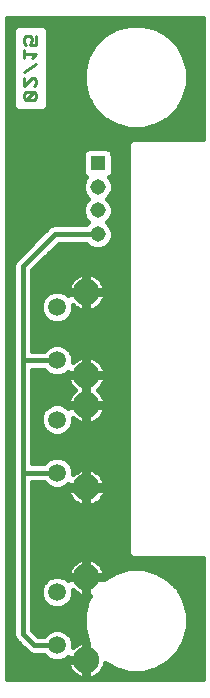
<source format=gbl>
G75*
G70*
%OFA0B0*%
%FSLAX24Y24*%
%IPPOS*%
%LPD*%
%AMOC8*
5,1,8,0,0,1.08239X$1,22.5*
%
%ADD10C,0.0594*%
%ADD11C,0.0886*%
%ADD12R,0.0515X0.0515*%
%ADD13C,0.0515*%
%ADD14C,0.0090*%
%ADD15C,0.0160*%
D10*
X002556Y001794D03*
X002556Y003566D03*
X002556Y007544D03*
X002556Y009316D03*
X002556Y011294D03*
X002556Y013066D03*
D11*
X003541Y013558D03*
X003541Y010802D03*
X003541Y009808D03*
X003541Y007052D03*
X003541Y004058D03*
X003541Y001302D03*
D12*
X003916Y017861D03*
D13*
X003916Y017074D03*
X003916Y016286D03*
X003916Y015499D03*
D14*
X001803Y019975D02*
X001872Y020043D01*
X001872Y020180D01*
X001803Y020249D01*
X001530Y019975D01*
X001461Y020043D01*
X001461Y020180D01*
X001530Y020249D01*
X001803Y020249D01*
X001803Y020435D02*
X001872Y020504D01*
X001872Y020641D01*
X001803Y020709D01*
X001735Y020709D01*
X001461Y020435D01*
X001461Y020709D01*
X001461Y020896D02*
X001872Y021169D01*
X001735Y021356D02*
X001872Y021493D01*
X001461Y021493D01*
X001461Y021356D02*
X001461Y021630D01*
X001530Y021817D02*
X001461Y021885D01*
X001461Y022022D01*
X001530Y022090D01*
X001666Y022090D01*
X001735Y022022D01*
X001735Y021953D01*
X001666Y021817D01*
X001872Y021817D01*
X001872Y022090D01*
X001803Y019975D02*
X001530Y019975D01*
D15*
X000906Y000670D02*
X007426Y000670D01*
X007426Y004690D01*
X005119Y004690D01*
X005030Y004727D01*
X004963Y004794D01*
X004926Y004882D01*
X004926Y018478D01*
X004963Y018566D01*
X005030Y018633D01*
X005119Y018670D01*
X007426Y018670D01*
X007426Y022690D01*
X000906Y022690D01*
X000906Y000670D01*
X000906Y000747D02*
X003258Y000747D01*
X003301Y000725D02*
X003395Y000694D01*
X003473Y000682D01*
X003473Y001234D01*
X003608Y001234D01*
X003608Y000682D01*
X003686Y000694D01*
X003780Y000725D01*
X003867Y000769D01*
X003946Y000827D01*
X004016Y000896D01*
X004073Y000976D01*
X004118Y001063D01*
X004148Y001156D01*
X004156Y001206D01*
X004515Y000999D01*
X004957Y000880D01*
X005415Y000880D01*
X005858Y000999D01*
X006255Y001228D01*
X006579Y001552D01*
X006808Y001948D01*
X006926Y002391D01*
X006926Y002849D01*
X006808Y003292D01*
X006579Y003688D01*
X006255Y004012D01*
X005858Y004241D01*
X005415Y004360D01*
X004957Y004360D01*
X004515Y004241D01*
X004118Y004012D01*
X004096Y003990D01*
X003608Y003990D01*
X003608Y003438D01*
X003653Y003445D01*
X003565Y003292D01*
X003446Y002849D01*
X003446Y002391D01*
X003565Y001948D01*
X003608Y001873D01*
X003608Y001370D01*
X003473Y001370D01*
X003473Y001922D01*
X003395Y001910D01*
X003301Y001879D01*
X003214Y001835D01*
X003135Y001777D01*
X003093Y001736D01*
X003093Y001901D01*
X003011Y002098D01*
X002860Y002249D01*
X002663Y002331D01*
X002449Y002331D01*
X002252Y002249D01*
X002117Y002114D01*
X001935Y002114D01*
X001736Y002313D01*
X001736Y007224D01*
X002117Y007224D01*
X002252Y007089D01*
X002449Y007007D01*
X002663Y007007D01*
X002860Y007089D01*
X002926Y007155D01*
X002921Y007120D01*
X003473Y007120D01*
X003473Y007672D01*
X003395Y007660D01*
X003301Y007629D01*
X003214Y007585D01*
X003135Y007527D01*
X003093Y007486D01*
X003093Y007651D01*
X003011Y007848D01*
X002860Y007999D01*
X002663Y008081D01*
X002449Y008081D01*
X002252Y007999D01*
X002117Y007864D01*
X001736Y007864D01*
X001736Y010974D01*
X002117Y010974D01*
X002252Y010839D01*
X002449Y010757D01*
X002663Y010757D01*
X002860Y010839D01*
X002926Y010905D01*
X002921Y010870D01*
X003473Y010870D01*
X003473Y011422D01*
X003395Y011410D01*
X003301Y011379D01*
X003214Y011335D01*
X003135Y011277D01*
X003093Y011236D01*
X003093Y011401D01*
X003011Y011598D01*
X002860Y011749D01*
X002663Y011831D01*
X002449Y011831D01*
X002252Y011749D01*
X002117Y011614D01*
X001736Y011614D01*
X001736Y014297D01*
X002618Y015179D01*
X003533Y015179D01*
X003634Y015077D01*
X003817Y015001D01*
X004015Y015001D01*
X004198Y015077D01*
X004338Y015217D01*
X004414Y015400D01*
X004414Y015598D01*
X004338Y015781D01*
X004226Y015893D01*
X004338Y016004D01*
X004414Y016187D01*
X004414Y016385D01*
X004338Y016568D01*
X004226Y016680D01*
X004338Y016792D01*
X004414Y016975D01*
X004414Y017173D01*
X004338Y017355D01*
X004298Y017395D01*
X004310Y017400D01*
X004377Y017468D01*
X004414Y017556D01*
X004414Y018166D01*
X004377Y018255D01*
X004310Y018322D01*
X004221Y018359D01*
X003611Y018359D01*
X003523Y018322D01*
X003455Y018255D01*
X003419Y018166D01*
X003419Y017556D01*
X003455Y017468D01*
X003523Y017400D01*
X003534Y017395D01*
X003495Y017355D01*
X003419Y017173D01*
X003419Y016975D01*
X003495Y016792D01*
X003606Y016680D01*
X003495Y016568D01*
X003419Y016385D01*
X003419Y016187D01*
X003495Y016004D01*
X003606Y015893D01*
X003533Y015819D01*
X002422Y015819D01*
X002304Y015770D01*
X001145Y014611D01*
X001096Y014494D01*
X001096Y002116D01*
X001145Y001999D01*
X001235Y001909D01*
X001621Y001523D01*
X001738Y001474D01*
X002117Y001474D01*
X002252Y001339D01*
X002449Y001257D01*
X002663Y001257D01*
X002860Y001339D01*
X002926Y001405D01*
X002921Y001370D01*
X003473Y001370D01*
X003473Y001234D01*
X002921Y001234D01*
X002933Y001156D01*
X002963Y001063D01*
X003008Y000976D01*
X003065Y000896D01*
X003135Y000827D01*
X003214Y000769D01*
X003301Y000725D01*
X003473Y000747D02*
X003608Y000747D01*
X003608Y000906D02*
X003473Y000906D01*
X003473Y001064D02*
X003608Y001064D01*
X003608Y001223D02*
X003473Y001223D01*
X003473Y001381D02*
X003608Y001381D01*
X003608Y001540D02*
X003473Y001540D01*
X003473Y001698D02*
X003608Y001698D01*
X003608Y001857D02*
X003473Y001857D01*
X003547Y002015D02*
X003046Y002015D01*
X003093Y001857D02*
X003257Y001857D01*
X003462Y002332D02*
X001736Y002332D01*
X001736Y002491D02*
X003446Y002491D01*
X003446Y002649D02*
X001736Y002649D01*
X001736Y002808D02*
X003446Y002808D01*
X003478Y002966D02*
X001736Y002966D01*
X001736Y003125D02*
X002238Y003125D01*
X002252Y003111D02*
X002449Y003029D01*
X002663Y003029D01*
X002860Y003111D01*
X003011Y003262D01*
X003093Y003459D01*
X003093Y003624D01*
X003135Y003583D01*
X003214Y003525D01*
X003301Y003481D01*
X003395Y003450D01*
X003473Y003438D01*
X003473Y003990D01*
X003608Y003990D01*
X003608Y004126D01*
X003473Y004126D01*
X003473Y004678D01*
X003395Y004666D01*
X003301Y004635D01*
X003214Y004591D01*
X003135Y004533D01*
X003065Y004464D01*
X003008Y004384D01*
X002963Y004297D01*
X002933Y004204D01*
X002921Y004126D01*
X003473Y004126D01*
X003473Y003990D01*
X002921Y003990D01*
X002926Y003955D01*
X002860Y004021D01*
X002663Y004103D01*
X002449Y004103D01*
X002252Y004021D01*
X002101Y003870D01*
X002019Y003673D01*
X002019Y003459D01*
X002101Y003262D01*
X002252Y003111D01*
X002092Y003283D02*
X001736Y003283D01*
X001736Y003442D02*
X002027Y003442D01*
X002019Y003600D02*
X001736Y003600D01*
X001736Y003759D02*
X002055Y003759D01*
X002148Y003917D02*
X001736Y003917D01*
X001736Y004076D02*
X002384Y004076D01*
X002729Y004076D02*
X003473Y004076D01*
X003473Y004234D02*
X003608Y004234D01*
X003608Y004126D02*
X003608Y004678D01*
X003686Y004666D01*
X003780Y004635D01*
X003867Y004591D01*
X003946Y004533D01*
X004016Y004464D01*
X004073Y004384D01*
X004118Y004297D01*
X004148Y004204D01*
X004160Y004126D01*
X003608Y004126D01*
X003608Y004076D02*
X004227Y004076D01*
X004138Y004234D02*
X004502Y004234D01*
X004067Y004393D02*
X007426Y004393D01*
X007426Y004551D02*
X003922Y004551D01*
X003608Y004551D02*
X003473Y004551D01*
X003473Y004393D02*
X003608Y004393D01*
X003608Y003917D02*
X003473Y003917D01*
X003473Y003759D02*
X003608Y003759D01*
X003608Y003600D02*
X003473Y003600D01*
X003473Y003442D02*
X003608Y003442D01*
X003630Y003442D02*
X003651Y003442D01*
X003563Y003283D02*
X003020Y003283D01*
X003086Y003442D02*
X003451Y003442D01*
X003520Y003125D02*
X002874Y003125D01*
X003093Y003600D02*
X003118Y003600D01*
X002943Y004234D02*
X001736Y004234D01*
X001736Y004393D02*
X003014Y004393D01*
X003159Y004551D02*
X001736Y004551D01*
X001736Y004710D02*
X005071Y004710D01*
X004932Y004868D02*
X001736Y004868D01*
X001736Y005027D02*
X004926Y005027D01*
X004926Y005185D02*
X001736Y005185D01*
X001736Y005344D02*
X004926Y005344D01*
X004926Y005502D02*
X001736Y005502D01*
X001736Y005661D02*
X004926Y005661D01*
X004926Y005819D02*
X001736Y005819D01*
X001736Y005978D02*
X004926Y005978D01*
X004926Y006136D02*
X001736Y006136D01*
X001736Y006295D02*
X004926Y006295D01*
X004926Y006453D02*
X003713Y006453D01*
X003686Y006444D02*
X003780Y006475D01*
X003867Y006519D01*
X003946Y006577D01*
X004016Y006646D01*
X004073Y006726D01*
X004118Y006813D01*
X004148Y006906D01*
X004160Y006984D01*
X003608Y006984D01*
X003608Y006432D01*
X003686Y006444D01*
X003608Y006453D02*
X003473Y006453D01*
X003473Y006432D02*
X003473Y006984D01*
X003608Y006984D01*
X003608Y007120D01*
X003473Y007120D01*
X003473Y006984D01*
X002921Y006984D01*
X002933Y006906D01*
X002963Y006813D01*
X003008Y006726D01*
X003065Y006646D01*
X003135Y006577D01*
X003214Y006519D01*
X003301Y006475D01*
X003395Y006444D01*
X003473Y006432D01*
X003368Y006453D02*
X001736Y006453D01*
X001736Y006612D02*
X003100Y006612D01*
X002985Y006770D02*
X001736Y006770D01*
X001736Y006929D02*
X002929Y006929D01*
X002855Y007087D02*
X003473Y007087D01*
X003473Y006929D02*
X003608Y006929D01*
X003608Y007087D02*
X004926Y007087D01*
X004926Y006929D02*
X004152Y006929D01*
X004096Y006770D02*
X004926Y006770D01*
X004926Y006612D02*
X003981Y006612D01*
X004160Y007120D02*
X004148Y007198D01*
X004118Y007291D01*
X004073Y007379D01*
X004016Y007458D01*
X003946Y007527D01*
X003867Y007585D01*
X003780Y007629D01*
X003686Y007660D01*
X003608Y007672D01*
X003608Y007120D01*
X004160Y007120D01*
X004133Y007246D02*
X004926Y007246D01*
X004926Y007404D02*
X004055Y007404D01*
X003898Y007563D02*
X004926Y007563D01*
X004926Y007721D02*
X003064Y007721D01*
X003093Y007563D02*
X003183Y007563D01*
X003473Y007563D02*
X003608Y007563D01*
X003608Y007404D02*
X003473Y007404D01*
X003473Y007246D02*
X003608Y007246D01*
X003608Y006770D02*
X003473Y006770D01*
X003473Y006612D02*
X003608Y006612D01*
X002980Y007880D02*
X004926Y007880D01*
X004926Y008038D02*
X002767Y008038D01*
X002556Y007544D02*
X001416Y007544D01*
X001416Y011294D01*
X002556Y011294D01*
X002186Y011684D02*
X001736Y011684D01*
X001736Y011842D02*
X004926Y011842D01*
X004926Y011684D02*
X002926Y011684D01*
X003042Y011525D02*
X004926Y011525D01*
X004926Y011367D02*
X003805Y011367D01*
X003780Y011379D02*
X003686Y011410D01*
X003608Y011422D01*
X003608Y010870D01*
X003473Y010870D01*
X003473Y010734D01*
X003608Y010734D01*
X003608Y010428D01*
X003608Y009876D01*
X003473Y009876D01*
X003473Y010734D01*
X002921Y010734D01*
X002933Y010656D01*
X002963Y010563D01*
X003008Y010476D01*
X003065Y010396D01*
X003135Y010327D01*
X003165Y010305D01*
X003135Y010283D01*
X003065Y010214D01*
X003008Y010134D01*
X002963Y010047D01*
X002933Y009954D01*
X002921Y009876D01*
X003473Y009876D01*
X003473Y009740D01*
X003608Y009740D01*
X003608Y009188D01*
X003686Y009200D01*
X003780Y009231D01*
X003867Y009275D01*
X003946Y009333D01*
X004016Y009402D01*
X004073Y009481D01*
X004118Y009569D01*
X004148Y009662D01*
X004160Y009740D01*
X003608Y009740D01*
X003608Y009876D01*
X004160Y009876D01*
X004148Y009954D01*
X004118Y010047D01*
X004073Y010134D01*
X004016Y010214D01*
X003946Y010283D01*
X003916Y010305D01*
X003946Y010327D01*
X004016Y010396D01*
X004073Y010476D01*
X004118Y010563D01*
X004148Y010656D01*
X004160Y010734D01*
X003608Y010734D01*
X003608Y010870D01*
X004160Y010870D01*
X004148Y010948D01*
X004118Y011041D01*
X004073Y011129D01*
X004016Y011208D01*
X003946Y011277D01*
X003867Y011335D01*
X003780Y011379D01*
X003608Y011367D02*
X003473Y011367D01*
X003473Y011208D02*
X003608Y011208D01*
X003608Y011050D02*
X003473Y011050D01*
X003473Y010891D02*
X003608Y010891D01*
X003608Y010733D02*
X003473Y010733D01*
X003473Y010574D02*
X003608Y010574D01*
X003608Y010416D02*
X003473Y010416D01*
X003473Y010257D02*
X003608Y010257D01*
X003608Y010099D02*
X003473Y010099D01*
X003473Y009940D02*
X003608Y009940D01*
X003608Y009782D02*
X004926Y009782D01*
X004926Y009940D02*
X004150Y009940D01*
X004092Y010099D02*
X004926Y010099D01*
X004926Y010257D02*
X003972Y010257D01*
X004030Y010416D02*
X004926Y010416D01*
X004926Y010574D02*
X004121Y010574D01*
X004160Y010733D02*
X004926Y010733D01*
X004926Y010891D02*
X004157Y010891D01*
X004114Y011050D02*
X004926Y011050D01*
X004926Y011208D02*
X004015Y011208D01*
X004135Y009623D02*
X004926Y009623D01*
X004926Y009465D02*
X004061Y009465D01*
X003909Y009306D02*
X004926Y009306D01*
X004926Y009148D02*
X003068Y009148D01*
X003093Y009209D02*
X003011Y009012D01*
X002860Y008861D01*
X002663Y008779D01*
X002449Y008779D01*
X002252Y008861D01*
X002101Y009012D01*
X002019Y009209D01*
X002019Y009423D01*
X002101Y009620D01*
X002252Y009771D01*
X002449Y009853D01*
X002663Y009853D01*
X002860Y009771D01*
X002926Y009705D01*
X002921Y009740D01*
X003473Y009740D01*
X003473Y009188D01*
X003395Y009200D01*
X003301Y009231D01*
X003214Y009275D01*
X003135Y009333D01*
X003093Y009374D01*
X003093Y009209D01*
X003093Y009306D02*
X003172Y009306D01*
X003473Y009306D02*
X003608Y009306D01*
X003608Y009465D02*
X003473Y009465D01*
X003473Y009623D02*
X003608Y009623D01*
X003473Y009782D02*
X002835Y009782D01*
X002931Y009940D02*
X001736Y009940D01*
X001736Y009782D02*
X002278Y009782D01*
X002104Y009623D02*
X001736Y009623D01*
X001736Y009465D02*
X002037Y009465D01*
X002019Y009306D02*
X001736Y009306D01*
X001736Y009148D02*
X002045Y009148D01*
X002124Y008989D02*
X001736Y008989D01*
X001736Y008831D02*
X002325Y008831D01*
X002346Y008038D02*
X001736Y008038D01*
X001736Y007880D02*
X002132Y007880D01*
X002257Y007087D02*
X001736Y007087D01*
X001416Y007544D02*
X001416Y002180D01*
X001802Y001794D01*
X002556Y001794D01*
X002210Y001381D02*
X000906Y001381D01*
X000906Y001223D02*
X002922Y001223D01*
X002922Y001381D02*
X002902Y001381D01*
X002963Y001064D02*
X000906Y001064D01*
X000906Y000906D02*
X003059Y000906D01*
X002936Y002174D02*
X003505Y002174D01*
X004022Y000906D02*
X004862Y000906D01*
X004401Y001064D02*
X004118Y001064D01*
X003823Y000747D02*
X007426Y000747D01*
X007426Y000906D02*
X005511Y000906D01*
X005971Y001064D02*
X007426Y001064D01*
X007426Y001223D02*
X006246Y001223D01*
X006408Y001381D02*
X007426Y001381D01*
X007426Y001540D02*
X006566Y001540D01*
X006663Y001698D02*
X007426Y001698D01*
X007426Y001857D02*
X006755Y001857D01*
X006826Y002015D02*
X007426Y002015D01*
X007426Y002174D02*
X006868Y002174D01*
X006910Y002332D02*
X007426Y002332D01*
X007426Y002491D02*
X006926Y002491D01*
X006926Y002649D02*
X007426Y002649D01*
X007426Y002808D02*
X006926Y002808D01*
X006895Y002966D02*
X007426Y002966D01*
X007426Y003125D02*
X006852Y003125D01*
X006810Y003283D02*
X007426Y003283D01*
X007426Y003442D02*
X006721Y003442D01*
X006630Y003600D02*
X007426Y003600D01*
X007426Y003759D02*
X006508Y003759D01*
X006350Y003917D02*
X007426Y003917D01*
X007426Y004076D02*
X006145Y004076D01*
X005871Y004234D02*
X007426Y004234D01*
X004926Y008197D02*
X001736Y008197D01*
X001736Y008355D02*
X004926Y008355D01*
X004926Y008514D02*
X001736Y008514D01*
X001736Y008672D02*
X004926Y008672D01*
X004926Y008831D02*
X002787Y008831D01*
X002989Y008989D02*
X004926Y008989D01*
X004926Y012001D02*
X001736Y012001D01*
X001736Y012159D02*
X004926Y012159D01*
X004926Y012318D02*
X001736Y012318D01*
X001736Y012476D02*
X004926Y012476D01*
X004926Y012635D02*
X002884Y012635D01*
X002860Y012611D02*
X003011Y012762D01*
X003093Y012959D01*
X003093Y013124D01*
X003135Y013083D01*
X003214Y013025D01*
X003301Y012981D01*
X003395Y012950D01*
X003473Y012938D01*
X003473Y013490D01*
X003608Y013490D01*
X003608Y012938D01*
X003686Y012950D01*
X003780Y012981D01*
X003867Y013025D01*
X003946Y013083D01*
X004016Y013152D01*
X004073Y013231D01*
X004118Y013319D01*
X004148Y013412D01*
X004160Y013490D01*
X003608Y013490D01*
X003608Y013626D01*
X003473Y013626D01*
X003473Y014178D01*
X003395Y014166D01*
X003301Y014135D01*
X003214Y014091D01*
X003135Y014033D01*
X003065Y013964D01*
X003008Y013884D01*
X002963Y013797D01*
X002933Y013704D01*
X002921Y013626D01*
X003473Y013626D01*
X003473Y013490D01*
X002921Y013490D01*
X002926Y013455D01*
X002860Y013521D01*
X002663Y013603D01*
X002449Y013603D01*
X002252Y013521D01*
X002101Y013370D01*
X002019Y013173D01*
X002019Y012959D01*
X002101Y012762D01*
X002252Y012611D01*
X002449Y012529D01*
X002663Y012529D01*
X002860Y012611D01*
X003024Y012793D02*
X004926Y012793D01*
X004926Y012952D02*
X003690Y012952D01*
X003608Y012952D02*
X003473Y012952D01*
X003391Y012952D02*
X003090Y012952D01*
X003093Y013110D02*
X003108Y013110D01*
X002946Y013744D02*
X001736Y013744D01*
X001736Y013586D02*
X002408Y013586D01*
X002158Y013427D02*
X001736Y013427D01*
X001736Y013269D02*
X002059Y013269D01*
X002019Y013110D02*
X001736Y013110D01*
X001736Y012952D02*
X002023Y012952D01*
X002088Y012793D02*
X001736Y012793D01*
X001736Y012635D02*
X002228Y012635D01*
X002704Y013586D02*
X003473Y013586D01*
X003473Y013744D02*
X003608Y013744D01*
X003608Y013626D02*
X003608Y014178D01*
X003686Y014166D01*
X003780Y014135D01*
X003867Y014091D01*
X003946Y014033D01*
X004016Y013964D01*
X004073Y013884D01*
X004118Y013797D01*
X004148Y013704D01*
X004160Y013626D01*
X003608Y013626D01*
X003608Y013586D02*
X004926Y013586D01*
X004926Y013744D02*
X004135Y013744D01*
X004060Y013903D02*
X004926Y013903D01*
X004926Y014061D02*
X003908Y014061D01*
X004150Y013427D02*
X004926Y013427D01*
X004926Y013269D02*
X004092Y013269D01*
X003974Y013110D02*
X004926Y013110D01*
X004926Y014220D02*
X001736Y014220D01*
X001736Y014061D02*
X003173Y014061D01*
X003021Y013903D02*
X001736Y013903D01*
X001817Y014378D02*
X004926Y014378D01*
X004926Y014537D02*
X001975Y014537D01*
X002134Y014695D02*
X004926Y014695D01*
X004926Y014854D02*
X002292Y014854D01*
X002451Y015012D02*
X003792Y015012D01*
X003916Y015499D02*
X002485Y015499D01*
X001416Y014430D01*
X001416Y011294D01*
X001096Y011367D02*
X000906Y011367D01*
X000906Y011525D02*
X001096Y011525D01*
X001096Y011684D02*
X000906Y011684D01*
X000906Y011842D02*
X001096Y011842D01*
X001096Y012001D02*
X000906Y012001D01*
X000906Y012159D02*
X001096Y012159D01*
X001096Y012318D02*
X000906Y012318D01*
X000906Y012476D02*
X001096Y012476D01*
X001096Y012635D02*
X000906Y012635D01*
X000906Y012793D02*
X001096Y012793D01*
X001096Y012952D02*
X000906Y012952D01*
X000906Y013110D02*
X001096Y013110D01*
X001096Y013269D02*
X000906Y013269D01*
X000906Y013427D02*
X001096Y013427D01*
X001096Y013586D02*
X000906Y013586D01*
X000906Y013744D02*
X001096Y013744D01*
X001096Y013903D02*
X000906Y013903D01*
X000906Y014061D02*
X001096Y014061D01*
X001096Y014220D02*
X000906Y014220D01*
X000906Y014378D02*
X001096Y014378D01*
X001114Y014537D02*
X000906Y014537D01*
X000906Y014695D02*
X001229Y014695D01*
X001387Y014854D02*
X000906Y014854D01*
X000906Y015012D02*
X001546Y015012D01*
X001704Y015171D02*
X000906Y015171D01*
X000906Y015329D02*
X001863Y015329D01*
X002021Y015488D02*
X000906Y015488D01*
X000906Y015646D02*
X002180Y015646D01*
X002387Y015805D02*
X000906Y015805D01*
X000906Y015963D02*
X003536Y015963D01*
X003446Y016122D02*
X000906Y016122D01*
X000906Y016280D02*
X003419Y016280D01*
X003441Y016439D02*
X000906Y016439D01*
X000906Y016597D02*
X003523Y016597D01*
X003531Y016756D02*
X000906Y016756D01*
X000906Y016914D02*
X003444Y016914D01*
X003419Y017073D02*
X000906Y017073D01*
X000906Y017231D02*
X003443Y017231D01*
X003529Y017390D02*
X000906Y017390D01*
X000906Y017548D02*
X003422Y017548D01*
X003419Y017707D02*
X000906Y017707D01*
X000906Y017865D02*
X003419Y017865D01*
X003419Y018024D02*
X000906Y018024D01*
X000906Y018182D02*
X003425Y018182D01*
X003567Y018341D02*
X000906Y018341D01*
X000906Y018499D02*
X004935Y018499D01*
X004926Y018341D02*
X004265Y018341D01*
X004407Y018182D02*
X004926Y018182D01*
X004926Y018024D02*
X004414Y018024D01*
X004414Y017865D02*
X004926Y017865D01*
X004926Y017707D02*
X004414Y017707D01*
X004410Y017548D02*
X004926Y017548D01*
X004926Y017390D02*
X004304Y017390D01*
X004390Y017231D02*
X004926Y017231D01*
X004926Y017073D02*
X004414Y017073D01*
X004389Y016914D02*
X004926Y016914D01*
X004926Y016756D02*
X004302Y016756D01*
X004309Y016597D02*
X004926Y016597D01*
X004926Y016439D02*
X004392Y016439D01*
X004414Y016280D02*
X004926Y016280D01*
X004926Y016122D02*
X004386Y016122D01*
X004297Y015963D02*
X004926Y015963D01*
X004926Y015805D02*
X004314Y015805D01*
X004394Y015646D02*
X004926Y015646D01*
X004926Y015488D02*
X004414Y015488D01*
X004384Y015329D02*
X004926Y015329D01*
X004926Y015171D02*
X004291Y015171D01*
X004041Y015012D02*
X004926Y015012D01*
X005088Y018658D02*
X000906Y018658D01*
X000906Y018816D02*
X007426Y018816D01*
X007426Y018975D02*
X000906Y018975D01*
X000906Y019133D02*
X004490Y019133D01*
X004515Y019119D02*
X004957Y019000D01*
X005415Y019000D01*
X005858Y019119D01*
X006255Y019348D01*
X006579Y019672D01*
X006808Y020068D01*
X006926Y020511D01*
X006926Y020969D01*
X006808Y021412D01*
X006579Y021808D01*
X006255Y022132D01*
X005858Y022361D01*
X005415Y022480D01*
X004957Y022480D01*
X004515Y022361D01*
X004118Y022132D01*
X003794Y021808D01*
X003565Y021412D01*
X003446Y020969D01*
X003446Y020511D01*
X003565Y020068D01*
X003794Y019672D01*
X004118Y019348D01*
X004515Y019119D01*
X004215Y019292D02*
X000906Y019292D01*
X000906Y019450D02*
X004015Y019450D01*
X003857Y019609D02*
X002109Y019609D01*
X002152Y019627D02*
X002220Y019694D01*
X002256Y019782D01*
X002256Y022278D01*
X002220Y022366D01*
X002152Y022433D01*
X002064Y022470D01*
X001269Y022470D01*
X001180Y022433D01*
X001113Y022366D01*
X001076Y022278D01*
X001076Y019782D01*
X001113Y019694D01*
X001180Y019627D01*
X001269Y019590D01*
X002064Y019590D01*
X002152Y019627D01*
X002250Y019767D02*
X003739Y019767D01*
X003647Y019926D02*
X002256Y019926D01*
X002256Y020084D02*
X003561Y020084D01*
X003518Y020243D02*
X002256Y020243D01*
X002256Y020401D02*
X003476Y020401D01*
X003446Y020560D02*
X002256Y020560D01*
X002256Y020718D02*
X003446Y020718D01*
X003446Y020877D02*
X002256Y020877D01*
X002256Y021035D02*
X003464Y021035D01*
X003506Y021194D02*
X002256Y021194D01*
X002256Y021352D02*
X003549Y021352D01*
X003622Y021511D02*
X002256Y021511D01*
X002256Y021669D02*
X003713Y021669D01*
X003813Y021828D02*
X002256Y021828D01*
X002256Y021986D02*
X003972Y021986D01*
X004139Y022145D02*
X002256Y022145D01*
X002246Y022303D02*
X004414Y022303D01*
X004888Y022462D02*
X002084Y022462D01*
X001248Y022462D02*
X000906Y022462D01*
X000906Y022620D02*
X007426Y022620D01*
X007426Y022462D02*
X005484Y022462D01*
X005959Y022303D02*
X007426Y022303D01*
X007426Y022145D02*
X006234Y022145D01*
X006401Y021986D02*
X007426Y021986D01*
X007426Y021828D02*
X006559Y021828D01*
X006659Y021669D02*
X007426Y021669D01*
X007426Y021511D02*
X006751Y021511D01*
X006824Y021352D02*
X007426Y021352D01*
X007426Y021194D02*
X006866Y021194D01*
X006909Y021035D02*
X007426Y021035D01*
X007426Y020877D02*
X006926Y020877D01*
X006926Y020718D02*
X007426Y020718D01*
X007426Y020560D02*
X006926Y020560D01*
X006897Y020401D02*
X007426Y020401D01*
X007426Y020243D02*
X006854Y020243D01*
X006812Y020084D02*
X007426Y020084D01*
X007426Y019926D02*
X006725Y019926D01*
X006634Y019767D02*
X007426Y019767D01*
X007426Y019609D02*
X006516Y019609D01*
X006357Y019450D02*
X007426Y019450D01*
X007426Y019292D02*
X006157Y019292D01*
X005883Y019133D02*
X007426Y019133D01*
X003608Y014061D02*
X003473Y014061D01*
X003473Y013903D02*
X003608Y013903D01*
X003608Y013427D02*
X003473Y013427D01*
X003473Y013269D02*
X003608Y013269D01*
X003608Y013110D02*
X003473Y013110D01*
X003276Y011367D02*
X003093Y011367D01*
X002924Y010891D02*
X002912Y010891D01*
X002921Y010733D02*
X001736Y010733D01*
X001736Y010891D02*
X002200Y010891D01*
X001736Y010574D02*
X002960Y010574D01*
X003051Y010416D02*
X001736Y010416D01*
X001736Y010257D02*
X003109Y010257D01*
X002989Y010099D02*
X001736Y010099D01*
X001096Y010099D02*
X000906Y010099D01*
X000906Y010257D02*
X001096Y010257D01*
X001096Y010416D02*
X000906Y010416D01*
X000906Y010574D02*
X001096Y010574D01*
X001096Y010733D02*
X000906Y010733D01*
X000906Y010891D02*
X001096Y010891D01*
X001096Y011050D02*
X000906Y011050D01*
X000906Y011208D02*
X001096Y011208D01*
X001096Y009940D02*
X000906Y009940D01*
X000906Y009782D02*
X001096Y009782D01*
X001096Y009623D02*
X000906Y009623D01*
X000906Y009465D02*
X001096Y009465D01*
X001096Y009306D02*
X000906Y009306D01*
X000906Y009148D02*
X001096Y009148D01*
X001096Y008989D02*
X000906Y008989D01*
X000906Y008831D02*
X001096Y008831D01*
X001096Y008672D02*
X000906Y008672D01*
X000906Y008514D02*
X001096Y008514D01*
X001096Y008355D02*
X000906Y008355D01*
X000906Y008197D02*
X001096Y008197D01*
X001096Y008038D02*
X000906Y008038D01*
X000906Y007880D02*
X001096Y007880D01*
X001096Y007721D02*
X000906Y007721D01*
X000906Y007563D02*
X001096Y007563D01*
X001096Y007404D02*
X000906Y007404D01*
X000906Y007246D02*
X001096Y007246D01*
X001096Y007087D02*
X000906Y007087D01*
X000906Y006929D02*
X001096Y006929D01*
X001096Y006770D02*
X000906Y006770D01*
X000906Y006612D02*
X001096Y006612D01*
X001096Y006453D02*
X000906Y006453D01*
X000906Y006295D02*
X001096Y006295D01*
X001096Y006136D02*
X000906Y006136D01*
X000906Y005978D02*
X001096Y005978D01*
X001096Y005819D02*
X000906Y005819D01*
X000906Y005661D02*
X001096Y005661D01*
X001096Y005502D02*
X000906Y005502D01*
X000906Y005344D02*
X001096Y005344D01*
X001096Y005185D02*
X000906Y005185D01*
X000906Y005027D02*
X001096Y005027D01*
X001096Y004868D02*
X000906Y004868D01*
X000906Y004710D02*
X001096Y004710D01*
X001096Y004551D02*
X000906Y004551D01*
X000906Y004393D02*
X001096Y004393D01*
X001096Y004234D02*
X000906Y004234D01*
X000906Y004076D02*
X001096Y004076D01*
X001096Y003917D02*
X000906Y003917D01*
X000906Y003759D02*
X001096Y003759D01*
X001096Y003600D02*
X000906Y003600D01*
X000906Y003442D02*
X001096Y003442D01*
X001096Y003283D02*
X000906Y003283D01*
X000906Y003125D02*
X001096Y003125D01*
X001096Y002966D02*
X000906Y002966D01*
X000906Y002808D02*
X001096Y002808D01*
X001096Y002649D02*
X000906Y002649D01*
X000906Y002491D02*
X001096Y002491D01*
X001096Y002332D02*
X000906Y002332D01*
X000906Y002174D02*
X001096Y002174D01*
X001138Y002015D02*
X000906Y002015D01*
X000906Y001857D02*
X001287Y001857D01*
X001446Y001698D02*
X000906Y001698D01*
X000906Y001540D02*
X001604Y001540D01*
X001875Y002174D02*
X002176Y002174D01*
X002609Y015171D02*
X003541Y015171D01*
X001224Y019609D02*
X000906Y019609D01*
X000906Y019767D02*
X001083Y019767D01*
X001076Y019926D02*
X000906Y019926D01*
X000906Y020084D02*
X001076Y020084D01*
X001076Y020243D02*
X000906Y020243D01*
X000906Y020401D02*
X001076Y020401D01*
X001076Y020560D02*
X000906Y020560D01*
X000906Y020718D02*
X001076Y020718D01*
X001076Y020877D02*
X000906Y020877D01*
X000906Y021035D02*
X001076Y021035D01*
X001076Y021194D02*
X000906Y021194D01*
X000906Y021352D02*
X001076Y021352D01*
X001076Y021511D02*
X000906Y021511D01*
X000906Y021669D02*
X001076Y021669D01*
X001076Y021828D02*
X000906Y021828D01*
X000906Y021986D02*
X001076Y021986D01*
X001076Y022145D02*
X000906Y022145D01*
X000906Y022303D02*
X001087Y022303D01*
M02*

</source>
